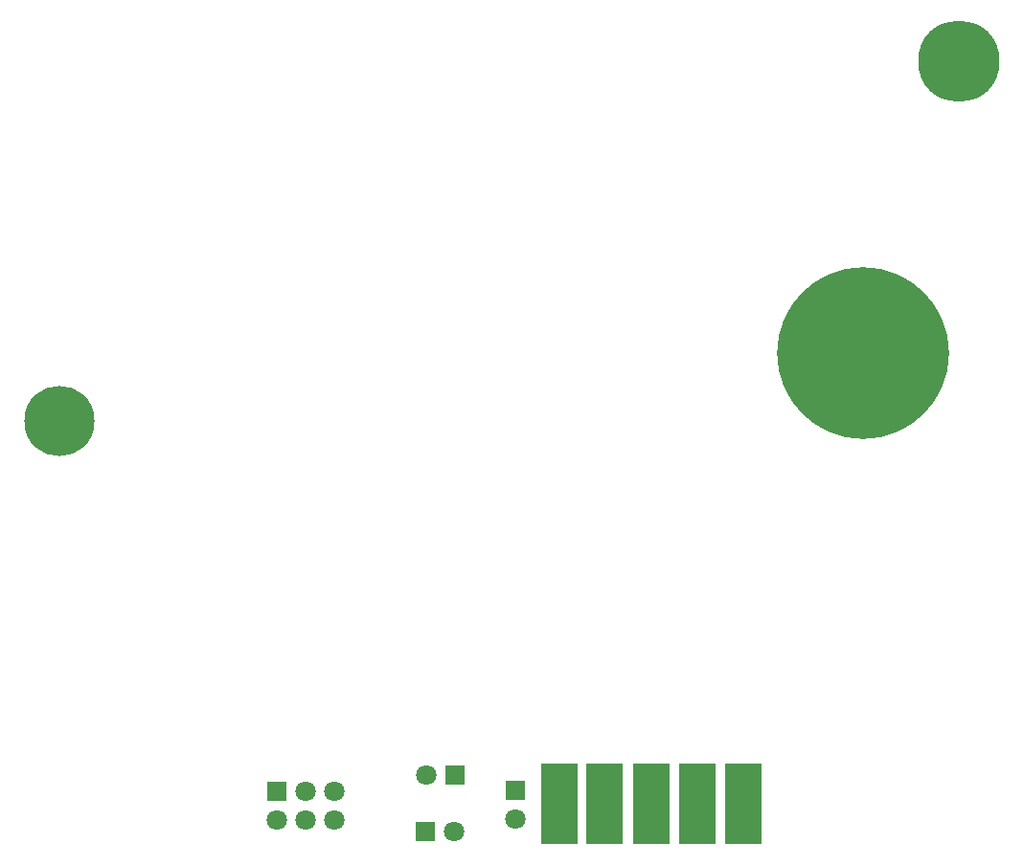
<source format=gbs>
G04 Layer_Color=16711935*
%FSLAX24Y24*%
%MOIN*%
G70*
G01*
G75*
%ADD92C,0.0710*%
%ADD93R,0.0710X0.0710*%
%ADD94R,0.0710X0.0710*%
%ADD95R,0.1261X0.1261*%
%ADD96C,0.2442*%
%ADD97C,0.5986*%
%ADD98C,0.2836*%
%ADD99R,0.1261X0.2836*%
D92*
X26362Y13248D02*
D03*
X27339Y11250D02*
D03*
X29478Y11697D02*
D03*
X23152Y11677D02*
D03*
Y12677D02*
D03*
X22152Y11677D02*
D03*
X21152D02*
D03*
X22152Y12677D02*
D03*
D93*
X27362Y13248D02*
D03*
X26339Y11250D02*
D03*
X21152Y12677D02*
D03*
D94*
X29478Y12697D02*
D03*
D95*
X30984Y11457D02*
D03*
X32579D02*
D03*
X34203D02*
D03*
X35807D02*
D03*
X37402D02*
D03*
D96*
X13602Y25576D02*
D03*
D97*
X41575Y27943D02*
D03*
D98*
X44900Y38100D02*
D03*
D99*
X34203Y12234D02*
D03*
X32579D02*
D03*
X35807D02*
D03*
X37402D02*
D03*
X30984D02*
D03*
M02*

</source>
